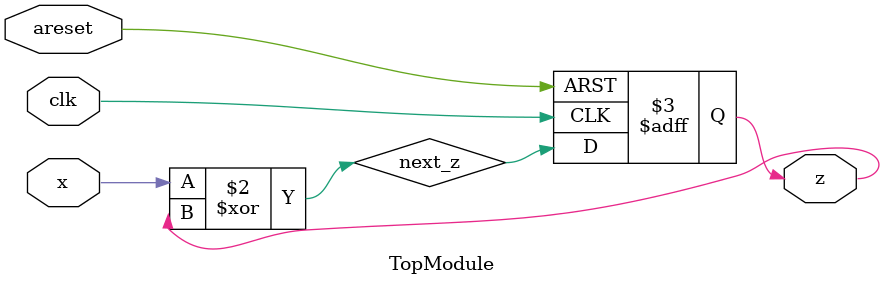
<source format=sv>

module TopModule (
  input clk,
  input areset,
  input x,
  output z
);
reg z, next_z;
always @(posedge clk or posedge areset) begin
    if (areset)
        z <= 1'b0;
    else
        z <= next_z;
end

assign next_z = x ^ z;

endmodule

</source>
